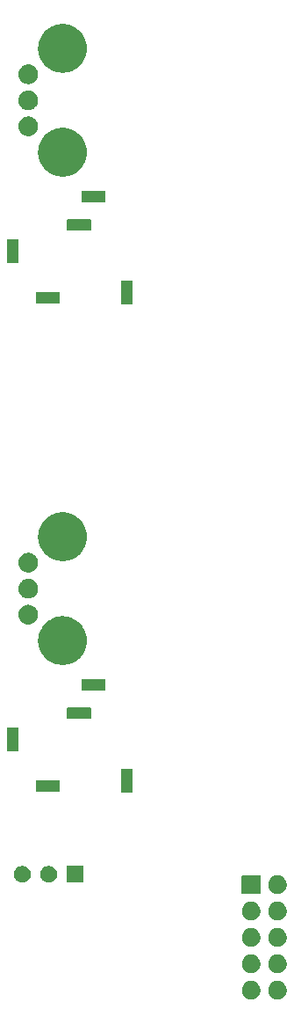
<source format=gbr>
G04 #@! TF.GenerationSoftware,KiCad,Pcbnew,9.0.0*
G04 #@! TF.CreationDate,2025-02-23T15:47:06-07:00*
G04 #@! TF.ProjectId,Noise_Gen,4e6f6973-655f-4476-956e-2e6b69636164,rev?*
G04 #@! TF.SameCoordinates,Original*
G04 #@! TF.FileFunction,Soldermask,Bot*
G04 #@! TF.FilePolarity,Negative*
%FSLAX46Y46*%
G04 Gerber Fmt 4.6, Leading zero omitted, Abs format (unit mm)*
G04 Created by KiCad (PCBNEW 9.0.0) date 2025-02-23 15:47:06*
%MOMM*%
%LPD*%
G01*
G04 APERTURE LIST*
G04 APERTURE END LIST*
G36*
X25261546Y-96297797D02*
G01*
X25424728Y-96365389D01*
X25571588Y-96463518D01*
X25696482Y-96588412D01*
X25794611Y-96735272D01*
X25862203Y-96898454D01*
X25896661Y-97071687D01*
X25896661Y-97248313D01*
X25862203Y-97421546D01*
X25794611Y-97584728D01*
X25696482Y-97731588D01*
X25571588Y-97856482D01*
X25424728Y-97954611D01*
X25261546Y-98022203D01*
X25088313Y-98056661D01*
X24911687Y-98056661D01*
X24738454Y-98022203D01*
X24575272Y-97954611D01*
X24428412Y-97856482D01*
X24303518Y-97731588D01*
X24205389Y-97584728D01*
X24137797Y-97421546D01*
X24103339Y-97248313D01*
X24103339Y-97071687D01*
X24137797Y-96898454D01*
X24205389Y-96735272D01*
X24303518Y-96588412D01*
X24428412Y-96463518D01*
X24575272Y-96365389D01*
X24738454Y-96297797D01*
X24911687Y-96263339D01*
X25088313Y-96263339D01*
X25261546Y-96297797D01*
G37*
G36*
X27801546Y-96297797D02*
G01*
X27964728Y-96365389D01*
X28111588Y-96463518D01*
X28236482Y-96588412D01*
X28334611Y-96735272D01*
X28402203Y-96898454D01*
X28436661Y-97071687D01*
X28436661Y-97248313D01*
X28402203Y-97421546D01*
X28334611Y-97584728D01*
X28236482Y-97731588D01*
X28111588Y-97856482D01*
X27964728Y-97954611D01*
X27801546Y-98022203D01*
X27628313Y-98056661D01*
X27451687Y-98056661D01*
X27278454Y-98022203D01*
X27115272Y-97954611D01*
X26968412Y-97856482D01*
X26843518Y-97731588D01*
X26745389Y-97584728D01*
X26677797Y-97421546D01*
X26643339Y-97248313D01*
X26643339Y-97071687D01*
X26677797Y-96898454D01*
X26745389Y-96735272D01*
X26843518Y-96588412D01*
X26968412Y-96463518D01*
X27115272Y-96365389D01*
X27278454Y-96297797D01*
X27451687Y-96263339D01*
X27628313Y-96263339D01*
X27801546Y-96297797D01*
G37*
G36*
X25261546Y-93757797D02*
G01*
X25424728Y-93825389D01*
X25571588Y-93923518D01*
X25696482Y-94048412D01*
X25794611Y-94195272D01*
X25862203Y-94358454D01*
X25896661Y-94531687D01*
X25896661Y-94708313D01*
X25862203Y-94881546D01*
X25794611Y-95044728D01*
X25696482Y-95191588D01*
X25571588Y-95316482D01*
X25424728Y-95414611D01*
X25261546Y-95482203D01*
X25088313Y-95516661D01*
X24911687Y-95516661D01*
X24738454Y-95482203D01*
X24575272Y-95414611D01*
X24428412Y-95316482D01*
X24303518Y-95191588D01*
X24205389Y-95044728D01*
X24137797Y-94881546D01*
X24103339Y-94708313D01*
X24103339Y-94531687D01*
X24137797Y-94358454D01*
X24205389Y-94195272D01*
X24303518Y-94048412D01*
X24428412Y-93923518D01*
X24575272Y-93825389D01*
X24738454Y-93757797D01*
X24911687Y-93723339D01*
X25088313Y-93723339D01*
X25261546Y-93757797D01*
G37*
G36*
X27801546Y-93757797D02*
G01*
X27964728Y-93825389D01*
X28111588Y-93923518D01*
X28236482Y-94048412D01*
X28334611Y-94195272D01*
X28402203Y-94358454D01*
X28436661Y-94531687D01*
X28436661Y-94708313D01*
X28402203Y-94881546D01*
X28334611Y-95044728D01*
X28236482Y-95191588D01*
X28111588Y-95316482D01*
X27964728Y-95414611D01*
X27801546Y-95482203D01*
X27628313Y-95516661D01*
X27451687Y-95516661D01*
X27278454Y-95482203D01*
X27115272Y-95414611D01*
X26968412Y-95316482D01*
X26843518Y-95191588D01*
X26745389Y-95044728D01*
X26677797Y-94881546D01*
X26643339Y-94708313D01*
X26643339Y-94531687D01*
X26677797Y-94358454D01*
X26745389Y-94195272D01*
X26843518Y-94048412D01*
X26968412Y-93923518D01*
X27115272Y-93825389D01*
X27278454Y-93757797D01*
X27451687Y-93723339D01*
X27628313Y-93723339D01*
X27801546Y-93757797D01*
G37*
G36*
X25261546Y-91217797D02*
G01*
X25424728Y-91285389D01*
X25571588Y-91383518D01*
X25696482Y-91508412D01*
X25794611Y-91655272D01*
X25862203Y-91818454D01*
X25896661Y-91991687D01*
X25896661Y-92168313D01*
X25862203Y-92341546D01*
X25794611Y-92504728D01*
X25696482Y-92651588D01*
X25571588Y-92776482D01*
X25424728Y-92874611D01*
X25261546Y-92942203D01*
X25088313Y-92976661D01*
X24911687Y-92976661D01*
X24738454Y-92942203D01*
X24575272Y-92874611D01*
X24428412Y-92776482D01*
X24303518Y-92651588D01*
X24205389Y-92504728D01*
X24137797Y-92341546D01*
X24103339Y-92168313D01*
X24103339Y-91991687D01*
X24137797Y-91818454D01*
X24205389Y-91655272D01*
X24303518Y-91508412D01*
X24428412Y-91383518D01*
X24575272Y-91285389D01*
X24738454Y-91217797D01*
X24911687Y-91183339D01*
X25088313Y-91183339D01*
X25261546Y-91217797D01*
G37*
G36*
X27801546Y-91217797D02*
G01*
X27964728Y-91285389D01*
X28111588Y-91383518D01*
X28236482Y-91508412D01*
X28334611Y-91655272D01*
X28402203Y-91818454D01*
X28436661Y-91991687D01*
X28436661Y-92168313D01*
X28402203Y-92341546D01*
X28334611Y-92504728D01*
X28236482Y-92651588D01*
X28111588Y-92776482D01*
X27964728Y-92874611D01*
X27801546Y-92942203D01*
X27628313Y-92976661D01*
X27451687Y-92976661D01*
X27278454Y-92942203D01*
X27115272Y-92874611D01*
X26968412Y-92776482D01*
X26843518Y-92651588D01*
X26745389Y-92504728D01*
X26677797Y-92341546D01*
X26643339Y-92168313D01*
X26643339Y-91991687D01*
X26677797Y-91818454D01*
X26745389Y-91655272D01*
X26843518Y-91508412D01*
X26968412Y-91383518D01*
X27115272Y-91285389D01*
X27278454Y-91217797D01*
X27451687Y-91183339D01*
X27628313Y-91183339D01*
X27801546Y-91217797D01*
G37*
G36*
X25261546Y-88677797D02*
G01*
X25424728Y-88745389D01*
X25571588Y-88843518D01*
X25696482Y-88968412D01*
X25794611Y-89115272D01*
X25862203Y-89278454D01*
X25896661Y-89451687D01*
X25896661Y-89628313D01*
X25862203Y-89801546D01*
X25794611Y-89964728D01*
X25696482Y-90111588D01*
X25571588Y-90236482D01*
X25424728Y-90334611D01*
X25261546Y-90402203D01*
X25088313Y-90436661D01*
X24911687Y-90436661D01*
X24738454Y-90402203D01*
X24575272Y-90334611D01*
X24428412Y-90236482D01*
X24303518Y-90111588D01*
X24205389Y-89964728D01*
X24137797Y-89801546D01*
X24103339Y-89628313D01*
X24103339Y-89451687D01*
X24137797Y-89278454D01*
X24205389Y-89115272D01*
X24303518Y-88968412D01*
X24428412Y-88843518D01*
X24575272Y-88745389D01*
X24738454Y-88677797D01*
X24911687Y-88643339D01*
X25088313Y-88643339D01*
X25261546Y-88677797D01*
G37*
G36*
X27801546Y-88677797D02*
G01*
X27964728Y-88745389D01*
X28111588Y-88843518D01*
X28236482Y-88968412D01*
X28334611Y-89115272D01*
X28402203Y-89278454D01*
X28436661Y-89451687D01*
X28436661Y-89628313D01*
X28402203Y-89801546D01*
X28334611Y-89964728D01*
X28236482Y-90111588D01*
X28111588Y-90236482D01*
X27964728Y-90334611D01*
X27801546Y-90402203D01*
X27628313Y-90436661D01*
X27451687Y-90436661D01*
X27278454Y-90402203D01*
X27115272Y-90334611D01*
X26968412Y-90236482D01*
X26843518Y-90111588D01*
X26745389Y-89964728D01*
X26677797Y-89801546D01*
X26643339Y-89628313D01*
X26643339Y-89451687D01*
X26677797Y-89278454D01*
X26745389Y-89115272D01*
X26843518Y-88968412D01*
X26968412Y-88843518D01*
X27115272Y-88745389D01*
X27278454Y-88677797D01*
X27451687Y-88643339D01*
X27628313Y-88643339D01*
X27801546Y-88677797D01*
G37*
G36*
X25869517Y-86102882D02*
G01*
X25886062Y-86113938D01*
X25897118Y-86130483D01*
X25901000Y-86150000D01*
X25901000Y-87850000D01*
X25897118Y-87869517D01*
X25886062Y-87886062D01*
X25869517Y-87897118D01*
X25850000Y-87901000D01*
X24150000Y-87901000D01*
X24130483Y-87897118D01*
X24113938Y-87886062D01*
X24102882Y-87869517D01*
X24099000Y-87850000D01*
X24099000Y-86150000D01*
X24102882Y-86130483D01*
X24113938Y-86113938D01*
X24130483Y-86102882D01*
X24150000Y-86099000D01*
X25850000Y-86099000D01*
X25869517Y-86102882D01*
G37*
G36*
X27801546Y-86137797D02*
G01*
X27964728Y-86205389D01*
X28111588Y-86303518D01*
X28236482Y-86428412D01*
X28334611Y-86575272D01*
X28402203Y-86738454D01*
X28436661Y-86911687D01*
X28436661Y-87088313D01*
X28402203Y-87261546D01*
X28334611Y-87424728D01*
X28236482Y-87571588D01*
X28111588Y-87696482D01*
X27964728Y-87794611D01*
X27801546Y-87862203D01*
X27628313Y-87896661D01*
X27451687Y-87896661D01*
X27278454Y-87862203D01*
X27115272Y-87794611D01*
X26968412Y-87696482D01*
X26843518Y-87571588D01*
X26745389Y-87424728D01*
X26677797Y-87261546D01*
X26643339Y-87088313D01*
X26643339Y-86911687D01*
X26677797Y-86738454D01*
X26745389Y-86575272D01*
X26843518Y-86428412D01*
X26968412Y-86303518D01*
X27115272Y-86205389D01*
X27278454Y-86137797D01*
X27451687Y-86103339D01*
X27628313Y-86103339D01*
X27801546Y-86137797D01*
G37*
G36*
X8779517Y-85192882D02*
G01*
X8796062Y-85203938D01*
X8807118Y-85220483D01*
X8811000Y-85240000D01*
X8811000Y-86760000D01*
X8807118Y-86779517D01*
X8796062Y-86796062D01*
X8779517Y-86807118D01*
X8760000Y-86811000D01*
X7240000Y-86811000D01*
X7220483Y-86807118D01*
X7203938Y-86796062D01*
X7192882Y-86779517D01*
X7189000Y-86760000D01*
X7189000Y-85240000D01*
X7192882Y-85220483D01*
X7203938Y-85203938D01*
X7220483Y-85192882D01*
X7240000Y-85189000D01*
X8760000Y-85189000D01*
X8779517Y-85192882D01*
G37*
G36*
X3155421Y-85223921D02*
G01*
X3302303Y-85284762D01*
X3434493Y-85373089D01*
X3546911Y-85485507D01*
X3635238Y-85617697D01*
X3696079Y-85764579D01*
X3727095Y-85920508D01*
X3727095Y-86079492D01*
X3696079Y-86235421D01*
X3635238Y-86382303D01*
X3546911Y-86514493D01*
X3434493Y-86626911D01*
X3302303Y-86715238D01*
X3155421Y-86776079D01*
X2999492Y-86807095D01*
X2840508Y-86807095D01*
X2684579Y-86776079D01*
X2537697Y-86715238D01*
X2405507Y-86626911D01*
X2293089Y-86514493D01*
X2204762Y-86382303D01*
X2143921Y-86235421D01*
X2112905Y-86079492D01*
X2112905Y-85920508D01*
X2143921Y-85764579D01*
X2204762Y-85617697D01*
X2293089Y-85485507D01*
X2405507Y-85373089D01*
X2537697Y-85284762D01*
X2684579Y-85223921D01*
X2840508Y-85192905D01*
X2999492Y-85192905D01*
X3155421Y-85223921D01*
G37*
G36*
X5695421Y-85223921D02*
G01*
X5842303Y-85284762D01*
X5974493Y-85373089D01*
X6086911Y-85485507D01*
X6175238Y-85617697D01*
X6236079Y-85764579D01*
X6267095Y-85920508D01*
X6267095Y-86079492D01*
X6236079Y-86235421D01*
X6175238Y-86382303D01*
X6086911Y-86514493D01*
X5974493Y-86626911D01*
X5842303Y-86715238D01*
X5695421Y-86776079D01*
X5539492Y-86807095D01*
X5380508Y-86807095D01*
X5224579Y-86776079D01*
X5077697Y-86715238D01*
X4945507Y-86626911D01*
X4833089Y-86514493D01*
X4744762Y-86382303D01*
X4683921Y-86235421D01*
X4652905Y-86079492D01*
X4652905Y-85920508D01*
X4683921Y-85764579D01*
X4744762Y-85617697D01*
X4833089Y-85485507D01*
X4945507Y-85373089D01*
X5077697Y-85284762D01*
X5224579Y-85223921D01*
X5380508Y-85192905D01*
X5539492Y-85192905D01*
X5695421Y-85223921D01*
G37*
G36*
X13519517Y-75852882D02*
G01*
X13536062Y-75863938D01*
X13547118Y-75880483D01*
X13551000Y-75900000D01*
X13551000Y-78100000D01*
X13547118Y-78119517D01*
X13536062Y-78136062D01*
X13519517Y-78147118D01*
X13500000Y-78151000D01*
X12500000Y-78151000D01*
X12480483Y-78147118D01*
X12463938Y-78136062D01*
X12452882Y-78119517D01*
X12449000Y-78100000D01*
X12449000Y-75900000D01*
X12452882Y-75880483D01*
X12463938Y-75863938D01*
X12480483Y-75852882D01*
X12500000Y-75849000D01*
X13500000Y-75849000D01*
X13519517Y-75852882D01*
G37*
G36*
X6519517Y-76952882D02*
G01*
X6536062Y-76963938D01*
X6547118Y-76980483D01*
X6551000Y-77000000D01*
X6551000Y-78000000D01*
X6547118Y-78019517D01*
X6536062Y-78036062D01*
X6519517Y-78047118D01*
X6500000Y-78051000D01*
X4300000Y-78051000D01*
X4280483Y-78047118D01*
X4263938Y-78036062D01*
X4252882Y-78019517D01*
X4249000Y-78000000D01*
X4249000Y-77000000D01*
X4252882Y-76980483D01*
X4263938Y-76963938D01*
X4280483Y-76952882D01*
X4300000Y-76949000D01*
X6500000Y-76949000D01*
X6519517Y-76952882D01*
G37*
G36*
X2519517Y-71852882D02*
G01*
X2536062Y-71863938D01*
X2547118Y-71880483D01*
X2551000Y-71900000D01*
X2551000Y-74100000D01*
X2547118Y-74119517D01*
X2536062Y-74136062D01*
X2519517Y-74147118D01*
X2500000Y-74151000D01*
X1500000Y-74151000D01*
X1480483Y-74147118D01*
X1463938Y-74136062D01*
X1452882Y-74119517D01*
X1449000Y-74100000D01*
X1449000Y-71900000D01*
X1452882Y-71880483D01*
X1463938Y-71863938D01*
X1480483Y-71852882D01*
X1500000Y-71849000D01*
X2500000Y-71849000D01*
X2519517Y-71852882D01*
G37*
G36*
X9519517Y-69952882D02*
G01*
X9536062Y-69963938D01*
X9547118Y-69980483D01*
X9551000Y-70000000D01*
X9551000Y-71000000D01*
X9547118Y-71019517D01*
X9536062Y-71036062D01*
X9519517Y-71047118D01*
X9500000Y-71051000D01*
X7300000Y-71051000D01*
X7280483Y-71047118D01*
X7263938Y-71036062D01*
X7252882Y-71019517D01*
X7249000Y-71000000D01*
X7249000Y-70000000D01*
X7252882Y-69980483D01*
X7263938Y-69963938D01*
X7280483Y-69952882D01*
X7300000Y-69949000D01*
X9500000Y-69949000D01*
X9519517Y-69952882D01*
G37*
G36*
X10919517Y-67252882D02*
G01*
X10936062Y-67263938D01*
X10947118Y-67280483D01*
X10951000Y-67300000D01*
X10951000Y-68300000D01*
X10947118Y-68319517D01*
X10936062Y-68336062D01*
X10919517Y-68347118D01*
X10900000Y-68351000D01*
X8700000Y-68351000D01*
X8680483Y-68347118D01*
X8663938Y-68336062D01*
X8652882Y-68319517D01*
X8649000Y-68300000D01*
X8649000Y-67300000D01*
X8652882Y-67280483D01*
X8663938Y-67263938D01*
X8680483Y-67252882D01*
X8700000Y-67249000D01*
X10900000Y-67249000D01*
X10919517Y-67252882D01*
G37*
G36*
X6941920Y-61154034D02*
G01*
X6953763Y-61154034D01*
X7024053Y-61163287D01*
X7193772Y-61182410D01*
X7227124Y-61190022D01*
X7258657Y-61194174D01*
X7335379Y-61214731D01*
X7450782Y-61241072D01*
X7506678Y-61260630D01*
X7555704Y-61273767D01*
X7618194Y-61299651D01*
X7699617Y-61328142D01*
X7777336Y-61365569D01*
X7839821Y-61391452D01*
X7883773Y-61416827D01*
X7937125Y-61442521D01*
X8037338Y-61505489D01*
X8106146Y-61545215D01*
X8131386Y-61564582D01*
X8160341Y-61582776D01*
X8293832Y-61689232D01*
X8350122Y-61732425D01*
X8358501Y-61740804D01*
X8366446Y-61747140D01*
X8552859Y-61933553D01*
X8559194Y-61941497D01*
X8567575Y-61949878D01*
X8610772Y-62006174D01*
X8717223Y-62139658D01*
X8735415Y-62168610D01*
X8754785Y-62193854D01*
X8794515Y-62262668D01*
X8857478Y-62362874D01*
X8883168Y-62416221D01*
X8908548Y-62460179D01*
X8934433Y-62522671D01*
X8971857Y-62600382D01*
X9000344Y-62681795D01*
X9026233Y-62744296D01*
X9039371Y-62793329D01*
X9058927Y-62849217D01*
X9085263Y-62964600D01*
X9105826Y-63041343D01*
X9109978Y-63072883D01*
X9117589Y-63106227D01*
X9136709Y-63275929D01*
X9145966Y-63346237D01*
X9145966Y-63358080D01*
X9147105Y-63368189D01*
X9147105Y-63631810D01*
X9145966Y-63641918D01*
X9145966Y-63653763D01*
X9136709Y-63724076D01*
X9117589Y-63893772D01*
X9109978Y-63927114D01*
X9105826Y-63958657D01*
X9085261Y-64035405D01*
X9058927Y-64150782D01*
X9039372Y-64206665D01*
X9026233Y-64255704D01*
X9000342Y-64318210D01*
X8971857Y-64399617D01*
X8934436Y-64477321D01*
X8908548Y-64539821D01*
X8883166Y-64583783D01*
X8857478Y-64637125D01*
X8794522Y-64737319D01*
X8754785Y-64806146D01*
X8735411Y-64831393D01*
X8717223Y-64860341D01*
X8610793Y-64993799D01*
X8567575Y-65050122D01*
X8559190Y-65058506D01*
X8552859Y-65066446D01*
X8366446Y-65252859D01*
X8358506Y-65259190D01*
X8350122Y-65267575D01*
X8293799Y-65310793D01*
X8160341Y-65417223D01*
X8131393Y-65435411D01*
X8106146Y-65454785D01*
X8037319Y-65494522D01*
X7937125Y-65557478D01*
X7883783Y-65583166D01*
X7839821Y-65608548D01*
X7777321Y-65634436D01*
X7699617Y-65671857D01*
X7618210Y-65700342D01*
X7555704Y-65726233D01*
X7506665Y-65739372D01*
X7450782Y-65758927D01*
X7335405Y-65785261D01*
X7258657Y-65805826D01*
X7227114Y-65809978D01*
X7193772Y-65817589D01*
X7024072Y-65836709D01*
X6953763Y-65845966D01*
X6941920Y-65845966D01*
X6931811Y-65847105D01*
X6668189Y-65847105D01*
X6658080Y-65845966D01*
X6646237Y-65845966D01*
X6575929Y-65836709D01*
X6406227Y-65817589D01*
X6372883Y-65809978D01*
X6341343Y-65805826D01*
X6264600Y-65785263D01*
X6149217Y-65758927D01*
X6093329Y-65739371D01*
X6044296Y-65726233D01*
X5981795Y-65700344D01*
X5900382Y-65671857D01*
X5822671Y-65634433D01*
X5760179Y-65608548D01*
X5716221Y-65583168D01*
X5662874Y-65557478D01*
X5562668Y-65494515D01*
X5493854Y-65454785D01*
X5468610Y-65435415D01*
X5439658Y-65417223D01*
X5306174Y-65310772D01*
X5249878Y-65267575D01*
X5241497Y-65259194D01*
X5233553Y-65252859D01*
X5047140Y-65066446D01*
X5040804Y-65058501D01*
X5032425Y-65050122D01*
X4989232Y-64993832D01*
X4882776Y-64860341D01*
X4864582Y-64831386D01*
X4845215Y-64806146D01*
X4805489Y-64737338D01*
X4742521Y-64637125D01*
X4716827Y-64583773D01*
X4691452Y-64539821D01*
X4665569Y-64477336D01*
X4628142Y-64399617D01*
X4599651Y-64318194D01*
X4573767Y-64255704D01*
X4560630Y-64206678D01*
X4541072Y-64150782D01*
X4514731Y-64035379D01*
X4494174Y-63958657D01*
X4490022Y-63927124D01*
X4482410Y-63893772D01*
X4463288Y-63724057D01*
X4454034Y-63653763D01*
X4454034Y-63641919D01*
X4452895Y-63631810D01*
X4452895Y-63368189D01*
X4454034Y-63358079D01*
X4454034Y-63346237D01*
X4463287Y-63275948D01*
X4482410Y-63106227D01*
X4490023Y-63072872D01*
X4494174Y-63041343D01*
X4514730Y-62964625D01*
X4541072Y-62849217D01*
X4560631Y-62793317D01*
X4573767Y-62744296D01*
X4599649Y-62681810D01*
X4628142Y-62600382D01*
X4665572Y-62522656D01*
X4691452Y-62460179D01*
X4716825Y-62416231D01*
X4742521Y-62362874D01*
X4805496Y-62262648D01*
X4845215Y-62193854D01*
X4864579Y-62168617D01*
X4882776Y-62139658D01*
X4989252Y-62006141D01*
X5032425Y-61949878D01*
X5040800Y-61941502D01*
X5047140Y-61933553D01*
X5233553Y-61747140D01*
X5241502Y-61740800D01*
X5249878Y-61732425D01*
X5306141Y-61689252D01*
X5439658Y-61582776D01*
X5468617Y-61564579D01*
X5493854Y-61545215D01*
X5562648Y-61505496D01*
X5662874Y-61442521D01*
X5716231Y-61416825D01*
X5760179Y-61391452D01*
X5822656Y-61365572D01*
X5900382Y-61328142D01*
X5981810Y-61299649D01*
X6044296Y-61273767D01*
X6093317Y-61260631D01*
X6149217Y-61241072D01*
X6264625Y-61214730D01*
X6341343Y-61194174D01*
X6372872Y-61190023D01*
X6406227Y-61182410D01*
X6575948Y-61163287D01*
X6646237Y-61154034D01*
X6658080Y-61154034D01*
X6668189Y-61152895D01*
X6931811Y-61152895D01*
X6941920Y-61154034D01*
G37*
G36*
X3582553Y-60053579D02*
G01*
X3593214Y-60053579D01*
X3634865Y-60061864D01*
X3721916Y-60075651D01*
X3749918Y-60084749D01*
X3776061Y-60089950D01*
X3812956Y-60105232D01*
X3863784Y-60121748D01*
X3911399Y-60146009D01*
X3948298Y-60161293D01*
X3970463Y-60176103D01*
X3996693Y-60189468D01*
X4067990Y-60241268D01*
X4103308Y-60264867D01*
X4110846Y-60272405D01*
X4117370Y-60277145D01*
X4222854Y-60382629D01*
X4227593Y-60389152D01*
X4235133Y-60396692D01*
X4258734Y-60432014D01*
X4310531Y-60503306D01*
X4323894Y-60529533D01*
X4338707Y-60551702D01*
X4353993Y-60588605D01*
X4378251Y-60636215D01*
X4394764Y-60687035D01*
X4410050Y-60723939D01*
X4415251Y-60750086D01*
X4424348Y-60778083D01*
X4438134Y-60865125D01*
X4446421Y-60906786D01*
X4446421Y-60917447D01*
X4447683Y-60925415D01*
X4447683Y-61074584D01*
X4446421Y-61082551D01*
X4446421Y-61093214D01*
X4438133Y-61134877D01*
X4424348Y-61221916D01*
X4415251Y-61249910D01*
X4410050Y-61276061D01*
X4394762Y-61312968D01*
X4378251Y-61363784D01*
X4353995Y-61411388D01*
X4338707Y-61448298D01*
X4323892Y-61470470D01*
X4310531Y-61496693D01*
X4258742Y-61567973D01*
X4235133Y-61603308D01*
X4227591Y-61610849D01*
X4222854Y-61617370D01*
X4117370Y-61722854D01*
X4110849Y-61727591D01*
X4103308Y-61735133D01*
X4067973Y-61758742D01*
X3996693Y-61810531D01*
X3970470Y-61823892D01*
X3948298Y-61838707D01*
X3911388Y-61853995D01*
X3863784Y-61878251D01*
X3812968Y-61894762D01*
X3776061Y-61910050D01*
X3749910Y-61915251D01*
X3721916Y-61924348D01*
X3634875Y-61938133D01*
X3593214Y-61946421D01*
X3582553Y-61946421D01*
X3574585Y-61947683D01*
X3425415Y-61947683D01*
X3417447Y-61946421D01*
X3406786Y-61946421D01*
X3365125Y-61938134D01*
X3278083Y-61924348D01*
X3250086Y-61915251D01*
X3223939Y-61910050D01*
X3187035Y-61894764D01*
X3136215Y-61878251D01*
X3088605Y-61853993D01*
X3051702Y-61838707D01*
X3029533Y-61823894D01*
X3003306Y-61810531D01*
X2932014Y-61758734D01*
X2896692Y-61735133D01*
X2889152Y-61727593D01*
X2882629Y-61722854D01*
X2777145Y-61617370D01*
X2772405Y-61610846D01*
X2764867Y-61603308D01*
X2741268Y-61567990D01*
X2689468Y-61496693D01*
X2676103Y-61470463D01*
X2661293Y-61448298D01*
X2646009Y-61411399D01*
X2621748Y-61363784D01*
X2605232Y-61312956D01*
X2589950Y-61276061D01*
X2584749Y-61249918D01*
X2575651Y-61221916D01*
X2561864Y-61134867D01*
X2553579Y-61093214D01*
X2553579Y-61082552D01*
X2552317Y-61074584D01*
X2552317Y-60925415D01*
X2553579Y-60917446D01*
X2553579Y-60906786D01*
X2561863Y-60865136D01*
X2575651Y-60778083D01*
X2584750Y-60750078D01*
X2589950Y-60723939D01*
X2605231Y-60687046D01*
X2621748Y-60636215D01*
X2646011Y-60588595D01*
X2661293Y-60551702D01*
X2676101Y-60529539D01*
X2689468Y-60503306D01*
X2741277Y-60431996D01*
X2764867Y-60396692D01*
X2772402Y-60389156D01*
X2777145Y-60382629D01*
X2882629Y-60277145D01*
X2889156Y-60272402D01*
X2896692Y-60264867D01*
X2931996Y-60241277D01*
X3003306Y-60189468D01*
X3029539Y-60176101D01*
X3051702Y-60161293D01*
X3088595Y-60146011D01*
X3136215Y-60121748D01*
X3187046Y-60105231D01*
X3223939Y-60089950D01*
X3250078Y-60084750D01*
X3278083Y-60075651D01*
X3365136Y-60061863D01*
X3406786Y-60053579D01*
X3417447Y-60053579D01*
X3425415Y-60052317D01*
X3574585Y-60052317D01*
X3582553Y-60053579D01*
G37*
G36*
X3582553Y-57553579D02*
G01*
X3593214Y-57553579D01*
X3634865Y-57561864D01*
X3721916Y-57575651D01*
X3749918Y-57584749D01*
X3776061Y-57589950D01*
X3812956Y-57605232D01*
X3863784Y-57621748D01*
X3911399Y-57646009D01*
X3948298Y-57661293D01*
X3970463Y-57676103D01*
X3996693Y-57689468D01*
X4067990Y-57741268D01*
X4103308Y-57764867D01*
X4110846Y-57772405D01*
X4117370Y-57777145D01*
X4222854Y-57882629D01*
X4227593Y-57889152D01*
X4235133Y-57896692D01*
X4258734Y-57932014D01*
X4310531Y-58003306D01*
X4323894Y-58029533D01*
X4338707Y-58051702D01*
X4353993Y-58088605D01*
X4378251Y-58136215D01*
X4394764Y-58187035D01*
X4410050Y-58223939D01*
X4415251Y-58250086D01*
X4424348Y-58278083D01*
X4438134Y-58365125D01*
X4446421Y-58406786D01*
X4446421Y-58417447D01*
X4447683Y-58425415D01*
X4447683Y-58574584D01*
X4446421Y-58582551D01*
X4446421Y-58593214D01*
X4438133Y-58634877D01*
X4424348Y-58721916D01*
X4415251Y-58749910D01*
X4410050Y-58776061D01*
X4394762Y-58812968D01*
X4378251Y-58863784D01*
X4353995Y-58911388D01*
X4338707Y-58948298D01*
X4323892Y-58970470D01*
X4310531Y-58996693D01*
X4258742Y-59067973D01*
X4235133Y-59103308D01*
X4227591Y-59110849D01*
X4222854Y-59117370D01*
X4117370Y-59222854D01*
X4110849Y-59227591D01*
X4103308Y-59235133D01*
X4067973Y-59258742D01*
X3996693Y-59310531D01*
X3970470Y-59323892D01*
X3948298Y-59338707D01*
X3911388Y-59353995D01*
X3863784Y-59378251D01*
X3812968Y-59394762D01*
X3776061Y-59410050D01*
X3749910Y-59415251D01*
X3721916Y-59424348D01*
X3634875Y-59438133D01*
X3593214Y-59446421D01*
X3582553Y-59446421D01*
X3574585Y-59447683D01*
X3425415Y-59447683D01*
X3417447Y-59446421D01*
X3406786Y-59446421D01*
X3365125Y-59438134D01*
X3278083Y-59424348D01*
X3250086Y-59415251D01*
X3223939Y-59410050D01*
X3187035Y-59394764D01*
X3136215Y-59378251D01*
X3088605Y-59353993D01*
X3051702Y-59338707D01*
X3029533Y-59323894D01*
X3003306Y-59310531D01*
X2932014Y-59258734D01*
X2896692Y-59235133D01*
X2889152Y-59227593D01*
X2882629Y-59222854D01*
X2777145Y-59117370D01*
X2772405Y-59110846D01*
X2764867Y-59103308D01*
X2741268Y-59067990D01*
X2689468Y-58996693D01*
X2676103Y-58970463D01*
X2661293Y-58948298D01*
X2646009Y-58911399D01*
X2621748Y-58863784D01*
X2605232Y-58812956D01*
X2589950Y-58776061D01*
X2584749Y-58749918D01*
X2575651Y-58721916D01*
X2561864Y-58634867D01*
X2553579Y-58593214D01*
X2553579Y-58582552D01*
X2552317Y-58574584D01*
X2552317Y-58425415D01*
X2553579Y-58417446D01*
X2553579Y-58406786D01*
X2561863Y-58365136D01*
X2575651Y-58278083D01*
X2584750Y-58250078D01*
X2589950Y-58223939D01*
X2605231Y-58187046D01*
X2621748Y-58136215D01*
X2646011Y-58088595D01*
X2661293Y-58051702D01*
X2676101Y-58029539D01*
X2689468Y-58003306D01*
X2741277Y-57931996D01*
X2764867Y-57896692D01*
X2772402Y-57889156D01*
X2777145Y-57882629D01*
X2882629Y-57777145D01*
X2889156Y-57772402D01*
X2896692Y-57764867D01*
X2931996Y-57741277D01*
X3003306Y-57689468D01*
X3029539Y-57676101D01*
X3051702Y-57661293D01*
X3088595Y-57646011D01*
X3136215Y-57621748D01*
X3187046Y-57605231D01*
X3223939Y-57589950D01*
X3250078Y-57584750D01*
X3278083Y-57575651D01*
X3365136Y-57561863D01*
X3406786Y-57553579D01*
X3417447Y-57553579D01*
X3425415Y-57552317D01*
X3574585Y-57552317D01*
X3582553Y-57553579D01*
G37*
G36*
X3582553Y-55053579D02*
G01*
X3593214Y-55053579D01*
X3634865Y-55061864D01*
X3721916Y-55075651D01*
X3749918Y-55084749D01*
X3776061Y-55089950D01*
X3812956Y-55105232D01*
X3863784Y-55121748D01*
X3911399Y-55146009D01*
X3948298Y-55161293D01*
X3970463Y-55176103D01*
X3996693Y-55189468D01*
X4067990Y-55241268D01*
X4103308Y-55264867D01*
X4110846Y-55272405D01*
X4117370Y-55277145D01*
X4222854Y-55382629D01*
X4227593Y-55389152D01*
X4235133Y-55396692D01*
X4258734Y-55432014D01*
X4310531Y-55503306D01*
X4323894Y-55529533D01*
X4338707Y-55551702D01*
X4353993Y-55588605D01*
X4378251Y-55636215D01*
X4394764Y-55687035D01*
X4410050Y-55723939D01*
X4415251Y-55750086D01*
X4424348Y-55778083D01*
X4438134Y-55865125D01*
X4446421Y-55906786D01*
X4446421Y-55917447D01*
X4447683Y-55925415D01*
X4447683Y-56074584D01*
X4446421Y-56082551D01*
X4446421Y-56093214D01*
X4438133Y-56134877D01*
X4424348Y-56221916D01*
X4415251Y-56249910D01*
X4410050Y-56276061D01*
X4394762Y-56312968D01*
X4378251Y-56363784D01*
X4353995Y-56411388D01*
X4338707Y-56448298D01*
X4323892Y-56470470D01*
X4310531Y-56496693D01*
X4258742Y-56567973D01*
X4235133Y-56603308D01*
X4227591Y-56610849D01*
X4222854Y-56617370D01*
X4117370Y-56722854D01*
X4110849Y-56727591D01*
X4103308Y-56735133D01*
X4067973Y-56758742D01*
X3996693Y-56810531D01*
X3970470Y-56823892D01*
X3948298Y-56838707D01*
X3911388Y-56853995D01*
X3863784Y-56878251D01*
X3812968Y-56894762D01*
X3776061Y-56910050D01*
X3749910Y-56915251D01*
X3721916Y-56924348D01*
X3634875Y-56938133D01*
X3593214Y-56946421D01*
X3582553Y-56946421D01*
X3574585Y-56947683D01*
X3425415Y-56947683D01*
X3417447Y-56946421D01*
X3406786Y-56946421D01*
X3365125Y-56938134D01*
X3278083Y-56924348D01*
X3250086Y-56915251D01*
X3223939Y-56910050D01*
X3187035Y-56894764D01*
X3136215Y-56878251D01*
X3088605Y-56853993D01*
X3051702Y-56838707D01*
X3029533Y-56823894D01*
X3003306Y-56810531D01*
X2932014Y-56758734D01*
X2896692Y-56735133D01*
X2889152Y-56727593D01*
X2882629Y-56722854D01*
X2777145Y-56617370D01*
X2772405Y-56610846D01*
X2764867Y-56603308D01*
X2741268Y-56567990D01*
X2689468Y-56496693D01*
X2676103Y-56470463D01*
X2661293Y-56448298D01*
X2646009Y-56411399D01*
X2621748Y-56363784D01*
X2605232Y-56312956D01*
X2589950Y-56276061D01*
X2584749Y-56249918D01*
X2575651Y-56221916D01*
X2561864Y-56134867D01*
X2553579Y-56093214D01*
X2553579Y-56082552D01*
X2552317Y-56074584D01*
X2552317Y-55925415D01*
X2553579Y-55917446D01*
X2553579Y-55906786D01*
X2561863Y-55865136D01*
X2575651Y-55778083D01*
X2584750Y-55750078D01*
X2589950Y-55723939D01*
X2605231Y-55687046D01*
X2621748Y-55636215D01*
X2646011Y-55588595D01*
X2661293Y-55551702D01*
X2676101Y-55529539D01*
X2689468Y-55503306D01*
X2741277Y-55431996D01*
X2764867Y-55396692D01*
X2772402Y-55389156D01*
X2777145Y-55382629D01*
X2882629Y-55277145D01*
X2889156Y-55272402D01*
X2896692Y-55264867D01*
X2931996Y-55241277D01*
X3003306Y-55189468D01*
X3029539Y-55176101D01*
X3051702Y-55161293D01*
X3088595Y-55146011D01*
X3136215Y-55121748D01*
X3187046Y-55105231D01*
X3223939Y-55089950D01*
X3250078Y-55084750D01*
X3278083Y-55075651D01*
X3365136Y-55061863D01*
X3406786Y-55053579D01*
X3417447Y-55053579D01*
X3425415Y-55052317D01*
X3574585Y-55052317D01*
X3582553Y-55053579D01*
G37*
G36*
X6941920Y-51154034D02*
G01*
X6953763Y-51154034D01*
X7024053Y-51163287D01*
X7193772Y-51182410D01*
X7227124Y-51190022D01*
X7258657Y-51194174D01*
X7335379Y-51214731D01*
X7450782Y-51241072D01*
X7506678Y-51260630D01*
X7555704Y-51273767D01*
X7618194Y-51299651D01*
X7699617Y-51328142D01*
X7777336Y-51365569D01*
X7839821Y-51391452D01*
X7883773Y-51416827D01*
X7937125Y-51442521D01*
X8037338Y-51505489D01*
X8106146Y-51545215D01*
X8131386Y-51564582D01*
X8160341Y-51582776D01*
X8293832Y-51689232D01*
X8350122Y-51732425D01*
X8358501Y-51740804D01*
X8366446Y-51747140D01*
X8552859Y-51933553D01*
X8559194Y-51941497D01*
X8567575Y-51949878D01*
X8610772Y-52006174D01*
X8717223Y-52139658D01*
X8735415Y-52168610D01*
X8754785Y-52193854D01*
X8794515Y-52262668D01*
X8857478Y-52362874D01*
X8883168Y-52416221D01*
X8908548Y-52460179D01*
X8934433Y-52522671D01*
X8971857Y-52600382D01*
X9000344Y-52681795D01*
X9026233Y-52744296D01*
X9039371Y-52793329D01*
X9058927Y-52849217D01*
X9085263Y-52964600D01*
X9105826Y-53041343D01*
X9109978Y-53072883D01*
X9117589Y-53106227D01*
X9136709Y-53275929D01*
X9145966Y-53346237D01*
X9145966Y-53358080D01*
X9147105Y-53368189D01*
X9147105Y-53631810D01*
X9145966Y-53641918D01*
X9145966Y-53653763D01*
X9136709Y-53724076D01*
X9117589Y-53893772D01*
X9109978Y-53927114D01*
X9105826Y-53958657D01*
X9085261Y-54035405D01*
X9058927Y-54150782D01*
X9039372Y-54206665D01*
X9026233Y-54255704D01*
X9000342Y-54318210D01*
X8971857Y-54399617D01*
X8934436Y-54477321D01*
X8908548Y-54539821D01*
X8883166Y-54583783D01*
X8857478Y-54637125D01*
X8794522Y-54737319D01*
X8754785Y-54806146D01*
X8735411Y-54831393D01*
X8717223Y-54860341D01*
X8610793Y-54993799D01*
X8567575Y-55050122D01*
X8559190Y-55058506D01*
X8552859Y-55066446D01*
X8366446Y-55252859D01*
X8358506Y-55259190D01*
X8350122Y-55267575D01*
X8293799Y-55310793D01*
X8160341Y-55417223D01*
X8131393Y-55435411D01*
X8106146Y-55454785D01*
X8037319Y-55494522D01*
X7937125Y-55557478D01*
X7883783Y-55583166D01*
X7839821Y-55608548D01*
X7777321Y-55634436D01*
X7699617Y-55671857D01*
X7618210Y-55700342D01*
X7555704Y-55726233D01*
X7506665Y-55739372D01*
X7450782Y-55758927D01*
X7335405Y-55785261D01*
X7258657Y-55805826D01*
X7227114Y-55809978D01*
X7193772Y-55817589D01*
X7024072Y-55836709D01*
X6953763Y-55845966D01*
X6941920Y-55845966D01*
X6931811Y-55847105D01*
X6668189Y-55847105D01*
X6658080Y-55845966D01*
X6646237Y-55845966D01*
X6575929Y-55836709D01*
X6406227Y-55817589D01*
X6372883Y-55809978D01*
X6341343Y-55805826D01*
X6264600Y-55785263D01*
X6149217Y-55758927D01*
X6093329Y-55739371D01*
X6044296Y-55726233D01*
X5981795Y-55700344D01*
X5900382Y-55671857D01*
X5822671Y-55634433D01*
X5760179Y-55608548D01*
X5716221Y-55583168D01*
X5662874Y-55557478D01*
X5562668Y-55494515D01*
X5493854Y-55454785D01*
X5468610Y-55435415D01*
X5439658Y-55417223D01*
X5306174Y-55310772D01*
X5249878Y-55267575D01*
X5241497Y-55259194D01*
X5233553Y-55252859D01*
X5047140Y-55066446D01*
X5040804Y-55058501D01*
X5032425Y-55050122D01*
X4989232Y-54993832D01*
X4882776Y-54860341D01*
X4864582Y-54831386D01*
X4845215Y-54806146D01*
X4805489Y-54737338D01*
X4742521Y-54637125D01*
X4716827Y-54583773D01*
X4691452Y-54539821D01*
X4665569Y-54477336D01*
X4628142Y-54399617D01*
X4599651Y-54318194D01*
X4573767Y-54255704D01*
X4560630Y-54206678D01*
X4541072Y-54150782D01*
X4514731Y-54035379D01*
X4494174Y-53958657D01*
X4490022Y-53927124D01*
X4482410Y-53893772D01*
X4463288Y-53724057D01*
X4454034Y-53653763D01*
X4454034Y-53641919D01*
X4452895Y-53631810D01*
X4452895Y-53368189D01*
X4454034Y-53358079D01*
X4454034Y-53346237D01*
X4463287Y-53275948D01*
X4482410Y-53106227D01*
X4490023Y-53072872D01*
X4494174Y-53041343D01*
X4514730Y-52964625D01*
X4541072Y-52849217D01*
X4560631Y-52793317D01*
X4573767Y-52744296D01*
X4599649Y-52681810D01*
X4628142Y-52600382D01*
X4665572Y-52522656D01*
X4691452Y-52460179D01*
X4716825Y-52416231D01*
X4742521Y-52362874D01*
X4805496Y-52262648D01*
X4845215Y-52193854D01*
X4864579Y-52168617D01*
X4882776Y-52139658D01*
X4989252Y-52006141D01*
X5032425Y-51949878D01*
X5040800Y-51941502D01*
X5047140Y-51933553D01*
X5233553Y-51747140D01*
X5241502Y-51740800D01*
X5249878Y-51732425D01*
X5306141Y-51689252D01*
X5439658Y-51582776D01*
X5468617Y-51564579D01*
X5493854Y-51545215D01*
X5562648Y-51505496D01*
X5662874Y-51442521D01*
X5716231Y-51416825D01*
X5760179Y-51391452D01*
X5822656Y-51365572D01*
X5900382Y-51328142D01*
X5981810Y-51299649D01*
X6044296Y-51273767D01*
X6093317Y-51260631D01*
X6149217Y-51241072D01*
X6264625Y-51214730D01*
X6341343Y-51194174D01*
X6372872Y-51190023D01*
X6406227Y-51182410D01*
X6575948Y-51163287D01*
X6646237Y-51154034D01*
X6658080Y-51154034D01*
X6668189Y-51152895D01*
X6931811Y-51152895D01*
X6941920Y-51154034D01*
G37*
G36*
X13519517Y-28852882D02*
G01*
X13536062Y-28863938D01*
X13547118Y-28880483D01*
X13551000Y-28900000D01*
X13551000Y-31100000D01*
X13547118Y-31119517D01*
X13536062Y-31136062D01*
X13519517Y-31147118D01*
X13500000Y-31151000D01*
X12500000Y-31151000D01*
X12480483Y-31147118D01*
X12463938Y-31136062D01*
X12452882Y-31119517D01*
X12449000Y-31100000D01*
X12449000Y-28900000D01*
X12452882Y-28880483D01*
X12463938Y-28863938D01*
X12480483Y-28852882D01*
X12500000Y-28849000D01*
X13500000Y-28849000D01*
X13519517Y-28852882D01*
G37*
G36*
X6519517Y-29952882D02*
G01*
X6536062Y-29963938D01*
X6547118Y-29980483D01*
X6551000Y-30000000D01*
X6551000Y-31000000D01*
X6547118Y-31019517D01*
X6536062Y-31036062D01*
X6519517Y-31047118D01*
X6500000Y-31051000D01*
X4300000Y-31051000D01*
X4280483Y-31047118D01*
X4263938Y-31036062D01*
X4252882Y-31019517D01*
X4249000Y-31000000D01*
X4249000Y-30000000D01*
X4252882Y-29980483D01*
X4263938Y-29963938D01*
X4280483Y-29952882D01*
X4300000Y-29949000D01*
X6500000Y-29949000D01*
X6519517Y-29952882D01*
G37*
G36*
X2519517Y-24852882D02*
G01*
X2536062Y-24863938D01*
X2547118Y-24880483D01*
X2551000Y-24900000D01*
X2551000Y-27100000D01*
X2547118Y-27119517D01*
X2536062Y-27136062D01*
X2519517Y-27147118D01*
X2500000Y-27151000D01*
X1500000Y-27151000D01*
X1480483Y-27147118D01*
X1463938Y-27136062D01*
X1452882Y-27119517D01*
X1449000Y-27100000D01*
X1449000Y-24900000D01*
X1452882Y-24880483D01*
X1463938Y-24863938D01*
X1480483Y-24852882D01*
X1500000Y-24849000D01*
X2500000Y-24849000D01*
X2519517Y-24852882D01*
G37*
G36*
X9519517Y-22952882D02*
G01*
X9536062Y-22963938D01*
X9547118Y-22980483D01*
X9551000Y-23000000D01*
X9551000Y-24000000D01*
X9547118Y-24019517D01*
X9536062Y-24036062D01*
X9519517Y-24047118D01*
X9500000Y-24051000D01*
X7300000Y-24051000D01*
X7280483Y-24047118D01*
X7263938Y-24036062D01*
X7252882Y-24019517D01*
X7249000Y-24000000D01*
X7249000Y-23000000D01*
X7252882Y-22980483D01*
X7263938Y-22963938D01*
X7280483Y-22952882D01*
X7300000Y-22949000D01*
X9500000Y-22949000D01*
X9519517Y-22952882D01*
G37*
G36*
X10919517Y-20252882D02*
G01*
X10936062Y-20263938D01*
X10947118Y-20280483D01*
X10951000Y-20300000D01*
X10951000Y-21300000D01*
X10947118Y-21319517D01*
X10936062Y-21336062D01*
X10919517Y-21347118D01*
X10900000Y-21351000D01*
X8700000Y-21351000D01*
X8680483Y-21347118D01*
X8663938Y-21336062D01*
X8652882Y-21319517D01*
X8649000Y-21300000D01*
X8649000Y-20300000D01*
X8652882Y-20280483D01*
X8663938Y-20263938D01*
X8680483Y-20252882D01*
X8700000Y-20249000D01*
X10900000Y-20249000D01*
X10919517Y-20252882D01*
G37*
G36*
X6941920Y-14154034D02*
G01*
X6953763Y-14154034D01*
X7024053Y-14163287D01*
X7193772Y-14182410D01*
X7227124Y-14190022D01*
X7258657Y-14194174D01*
X7335379Y-14214731D01*
X7450782Y-14241072D01*
X7506678Y-14260630D01*
X7555704Y-14273767D01*
X7618194Y-14299651D01*
X7699617Y-14328142D01*
X7777336Y-14365569D01*
X7839821Y-14391452D01*
X7883773Y-14416827D01*
X7937125Y-14442521D01*
X8037338Y-14505489D01*
X8106146Y-14545215D01*
X8131386Y-14564582D01*
X8160341Y-14582776D01*
X8293832Y-14689232D01*
X8350122Y-14732425D01*
X8358501Y-14740804D01*
X8366446Y-14747140D01*
X8552859Y-14933553D01*
X8559194Y-14941497D01*
X8567575Y-14949878D01*
X8610772Y-15006174D01*
X8717223Y-15139658D01*
X8735415Y-15168610D01*
X8754785Y-15193854D01*
X8794515Y-15262668D01*
X8857478Y-15362874D01*
X8883168Y-15416221D01*
X8908548Y-15460179D01*
X8934433Y-15522671D01*
X8971857Y-15600382D01*
X9000344Y-15681795D01*
X9026233Y-15744296D01*
X9039371Y-15793329D01*
X9058927Y-15849217D01*
X9085263Y-15964600D01*
X9105826Y-16041343D01*
X9109978Y-16072883D01*
X9117589Y-16106227D01*
X9136709Y-16275929D01*
X9145966Y-16346237D01*
X9145966Y-16358080D01*
X9147105Y-16368189D01*
X9147105Y-16631810D01*
X9145966Y-16641918D01*
X9145966Y-16653763D01*
X9136709Y-16724076D01*
X9117589Y-16893772D01*
X9109978Y-16927114D01*
X9105826Y-16958657D01*
X9085261Y-17035405D01*
X9058927Y-17150782D01*
X9039372Y-17206665D01*
X9026233Y-17255704D01*
X9000342Y-17318210D01*
X8971857Y-17399617D01*
X8934436Y-17477321D01*
X8908548Y-17539821D01*
X8883166Y-17583783D01*
X8857478Y-17637125D01*
X8794522Y-17737319D01*
X8754785Y-17806146D01*
X8735411Y-17831393D01*
X8717223Y-17860341D01*
X8610793Y-17993799D01*
X8567575Y-18050122D01*
X8559190Y-18058506D01*
X8552859Y-18066446D01*
X8366446Y-18252859D01*
X8358506Y-18259190D01*
X8350122Y-18267575D01*
X8293799Y-18310793D01*
X8160341Y-18417223D01*
X8131393Y-18435411D01*
X8106146Y-18454785D01*
X8037319Y-18494522D01*
X7937125Y-18557478D01*
X7883783Y-18583166D01*
X7839821Y-18608548D01*
X7777321Y-18634436D01*
X7699617Y-18671857D01*
X7618210Y-18700342D01*
X7555704Y-18726233D01*
X7506665Y-18739372D01*
X7450782Y-18758927D01*
X7335405Y-18785261D01*
X7258657Y-18805826D01*
X7227114Y-18809978D01*
X7193772Y-18817589D01*
X7024072Y-18836709D01*
X6953763Y-18845966D01*
X6941920Y-18845966D01*
X6931811Y-18847105D01*
X6668189Y-18847105D01*
X6658080Y-18845966D01*
X6646237Y-18845966D01*
X6575929Y-18836709D01*
X6406227Y-18817589D01*
X6372883Y-18809978D01*
X6341343Y-18805826D01*
X6264600Y-18785263D01*
X6149217Y-18758927D01*
X6093329Y-18739371D01*
X6044296Y-18726233D01*
X5981795Y-18700344D01*
X5900382Y-18671857D01*
X5822671Y-18634433D01*
X5760179Y-18608548D01*
X5716221Y-18583168D01*
X5662874Y-18557478D01*
X5562668Y-18494515D01*
X5493854Y-18454785D01*
X5468610Y-18435415D01*
X5439658Y-18417223D01*
X5306174Y-18310772D01*
X5249878Y-18267575D01*
X5241497Y-18259194D01*
X5233553Y-18252859D01*
X5047140Y-18066446D01*
X5040804Y-18058501D01*
X5032425Y-18050122D01*
X4989232Y-17993832D01*
X4882776Y-17860341D01*
X4864582Y-17831386D01*
X4845215Y-17806146D01*
X4805489Y-17737338D01*
X4742521Y-17637125D01*
X4716827Y-17583773D01*
X4691452Y-17539821D01*
X4665569Y-17477336D01*
X4628142Y-17399617D01*
X4599651Y-17318194D01*
X4573767Y-17255704D01*
X4560630Y-17206678D01*
X4541072Y-17150782D01*
X4514731Y-17035379D01*
X4494174Y-16958657D01*
X4490022Y-16927124D01*
X4482410Y-16893772D01*
X4463288Y-16724057D01*
X4454034Y-16653763D01*
X4454034Y-16641919D01*
X4452895Y-16631810D01*
X4452895Y-16368189D01*
X4454034Y-16358079D01*
X4454034Y-16346237D01*
X4463287Y-16275948D01*
X4482410Y-16106227D01*
X4490023Y-16072872D01*
X4494174Y-16041343D01*
X4514730Y-15964625D01*
X4541072Y-15849217D01*
X4560631Y-15793317D01*
X4573767Y-15744296D01*
X4599649Y-15681810D01*
X4628142Y-15600382D01*
X4665572Y-15522656D01*
X4691452Y-15460179D01*
X4716825Y-15416231D01*
X4742521Y-15362874D01*
X4805496Y-15262648D01*
X4845215Y-15193854D01*
X4864579Y-15168617D01*
X4882776Y-15139658D01*
X4989252Y-15006141D01*
X5032425Y-14949878D01*
X5040800Y-14941502D01*
X5047140Y-14933553D01*
X5233553Y-14747140D01*
X5241502Y-14740800D01*
X5249878Y-14732425D01*
X5306141Y-14689252D01*
X5439658Y-14582776D01*
X5468617Y-14564579D01*
X5493854Y-14545215D01*
X5562648Y-14505496D01*
X5662874Y-14442521D01*
X5716231Y-14416825D01*
X5760179Y-14391452D01*
X5822656Y-14365572D01*
X5900382Y-14328142D01*
X5981810Y-14299649D01*
X6044296Y-14273767D01*
X6093317Y-14260631D01*
X6149217Y-14241072D01*
X6264625Y-14214730D01*
X6341343Y-14194174D01*
X6372872Y-14190023D01*
X6406227Y-14182410D01*
X6575948Y-14163287D01*
X6646237Y-14154034D01*
X6658080Y-14154034D01*
X6668189Y-14152895D01*
X6931811Y-14152895D01*
X6941920Y-14154034D01*
G37*
G36*
X3582553Y-13053579D02*
G01*
X3593214Y-13053579D01*
X3634865Y-13061864D01*
X3721916Y-13075651D01*
X3749918Y-13084749D01*
X3776061Y-13089950D01*
X3812956Y-13105232D01*
X3863784Y-13121748D01*
X3911399Y-13146009D01*
X3948298Y-13161293D01*
X3970463Y-13176103D01*
X3996693Y-13189468D01*
X4067990Y-13241268D01*
X4103308Y-13264867D01*
X4110846Y-13272405D01*
X4117370Y-13277145D01*
X4222854Y-13382629D01*
X4227593Y-13389152D01*
X4235133Y-13396692D01*
X4258734Y-13432014D01*
X4310531Y-13503306D01*
X4323894Y-13529533D01*
X4338707Y-13551702D01*
X4353993Y-13588605D01*
X4378251Y-13636215D01*
X4394764Y-13687035D01*
X4410050Y-13723939D01*
X4415251Y-13750086D01*
X4424348Y-13778083D01*
X4438134Y-13865125D01*
X4446421Y-13906786D01*
X4446421Y-13917447D01*
X4447683Y-13925415D01*
X4447683Y-14074584D01*
X4446421Y-14082551D01*
X4446421Y-14093214D01*
X4438133Y-14134877D01*
X4424348Y-14221916D01*
X4415251Y-14249910D01*
X4410050Y-14276061D01*
X4394762Y-14312968D01*
X4378251Y-14363784D01*
X4353995Y-14411388D01*
X4338707Y-14448298D01*
X4323892Y-14470470D01*
X4310531Y-14496693D01*
X4258742Y-14567973D01*
X4235133Y-14603308D01*
X4227591Y-14610849D01*
X4222854Y-14617370D01*
X4117370Y-14722854D01*
X4110849Y-14727591D01*
X4103308Y-14735133D01*
X4067973Y-14758742D01*
X3996693Y-14810531D01*
X3970470Y-14823892D01*
X3948298Y-14838707D01*
X3911388Y-14853995D01*
X3863784Y-14878251D01*
X3812968Y-14894762D01*
X3776061Y-14910050D01*
X3749910Y-14915251D01*
X3721916Y-14924348D01*
X3634875Y-14938133D01*
X3593214Y-14946421D01*
X3582553Y-14946421D01*
X3574585Y-14947683D01*
X3425415Y-14947683D01*
X3417447Y-14946421D01*
X3406786Y-14946421D01*
X3365125Y-14938134D01*
X3278083Y-14924348D01*
X3250086Y-14915251D01*
X3223939Y-14910050D01*
X3187035Y-14894764D01*
X3136215Y-14878251D01*
X3088605Y-14853993D01*
X3051702Y-14838707D01*
X3029533Y-14823894D01*
X3003306Y-14810531D01*
X2932014Y-14758734D01*
X2896692Y-14735133D01*
X2889152Y-14727593D01*
X2882629Y-14722854D01*
X2777145Y-14617370D01*
X2772405Y-14610846D01*
X2764867Y-14603308D01*
X2741268Y-14567990D01*
X2689468Y-14496693D01*
X2676103Y-14470463D01*
X2661293Y-14448298D01*
X2646009Y-14411399D01*
X2621748Y-14363784D01*
X2605232Y-14312956D01*
X2589950Y-14276061D01*
X2584749Y-14249918D01*
X2575651Y-14221916D01*
X2561864Y-14134867D01*
X2553579Y-14093214D01*
X2553579Y-14082552D01*
X2552317Y-14074584D01*
X2552317Y-13925415D01*
X2553579Y-13917446D01*
X2553579Y-13906786D01*
X2561863Y-13865136D01*
X2575651Y-13778083D01*
X2584750Y-13750078D01*
X2589950Y-13723939D01*
X2605231Y-13687046D01*
X2621748Y-13636215D01*
X2646011Y-13588595D01*
X2661293Y-13551702D01*
X2676101Y-13529539D01*
X2689468Y-13503306D01*
X2741277Y-13431996D01*
X2764867Y-13396692D01*
X2772402Y-13389156D01*
X2777145Y-13382629D01*
X2882629Y-13277145D01*
X2889156Y-13272402D01*
X2896692Y-13264867D01*
X2931996Y-13241277D01*
X3003306Y-13189468D01*
X3029539Y-13176101D01*
X3051702Y-13161293D01*
X3088595Y-13146011D01*
X3136215Y-13121748D01*
X3187046Y-13105231D01*
X3223939Y-13089950D01*
X3250078Y-13084750D01*
X3278083Y-13075651D01*
X3365136Y-13061863D01*
X3406786Y-13053579D01*
X3417447Y-13053579D01*
X3425415Y-13052317D01*
X3574585Y-13052317D01*
X3582553Y-13053579D01*
G37*
G36*
X3582553Y-10553579D02*
G01*
X3593214Y-10553579D01*
X3634865Y-10561864D01*
X3721916Y-10575651D01*
X3749918Y-10584749D01*
X3776061Y-10589950D01*
X3812956Y-10605232D01*
X3863784Y-10621748D01*
X3911399Y-10646009D01*
X3948298Y-10661293D01*
X3970463Y-10676103D01*
X3996693Y-10689468D01*
X4067990Y-10741268D01*
X4103308Y-10764867D01*
X4110846Y-10772405D01*
X4117370Y-10777145D01*
X4222854Y-10882629D01*
X4227593Y-10889152D01*
X4235133Y-10896692D01*
X4258734Y-10932014D01*
X4310531Y-11003306D01*
X4323894Y-11029533D01*
X4338707Y-11051702D01*
X4353993Y-11088605D01*
X4378251Y-11136215D01*
X4394764Y-11187035D01*
X4410050Y-11223939D01*
X4415251Y-11250086D01*
X4424348Y-11278083D01*
X4438134Y-11365125D01*
X4446421Y-11406786D01*
X4446421Y-11417447D01*
X4447683Y-11425415D01*
X4447683Y-11574584D01*
X4446421Y-11582551D01*
X4446421Y-11593214D01*
X4438133Y-11634877D01*
X4424348Y-11721916D01*
X4415251Y-11749910D01*
X4410050Y-11776061D01*
X4394762Y-11812968D01*
X4378251Y-11863784D01*
X4353995Y-11911388D01*
X4338707Y-11948298D01*
X4323892Y-11970470D01*
X4310531Y-11996693D01*
X4258742Y-12067973D01*
X4235133Y-12103308D01*
X4227591Y-12110849D01*
X4222854Y-12117370D01*
X4117370Y-12222854D01*
X4110849Y-12227591D01*
X4103308Y-12235133D01*
X4067973Y-12258742D01*
X3996693Y-12310531D01*
X3970470Y-12323892D01*
X3948298Y-12338707D01*
X3911388Y-12353995D01*
X3863784Y-12378251D01*
X3812968Y-12394762D01*
X3776061Y-12410050D01*
X3749910Y-12415251D01*
X3721916Y-12424348D01*
X3634875Y-12438133D01*
X3593214Y-12446421D01*
X3582553Y-12446421D01*
X3574585Y-12447683D01*
X3425415Y-12447683D01*
X3417447Y-12446421D01*
X3406786Y-12446421D01*
X3365125Y-12438134D01*
X3278083Y-12424348D01*
X3250086Y-12415251D01*
X3223939Y-12410050D01*
X3187035Y-12394764D01*
X3136215Y-12378251D01*
X3088605Y-12353993D01*
X3051702Y-12338707D01*
X3029533Y-12323894D01*
X3003306Y-12310531D01*
X2932014Y-12258734D01*
X2896692Y-12235133D01*
X2889152Y-12227593D01*
X2882629Y-12222854D01*
X2777145Y-12117370D01*
X2772405Y-12110846D01*
X2764867Y-12103308D01*
X2741268Y-12067990D01*
X2689468Y-11996693D01*
X2676103Y-11970463D01*
X2661293Y-11948298D01*
X2646009Y-11911399D01*
X2621748Y-11863784D01*
X2605232Y-11812956D01*
X2589950Y-11776061D01*
X2584749Y-11749918D01*
X2575651Y-11721916D01*
X2561864Y-11634867D01*
X2553579Y-11593214D01*
X2553579Y-11582552D01*
X2552317Y-11574584D01*
X2552317Y-11425415D01*
X2553579Y-11417446D01*
X2553579Y-11406786D01*
X2561863Y-11365136D01*
X2575651Y-11278083D01*
X2584750Y-11250078D01*
X2589950Y-11223939D01*
X2605231Y-11187046D01*
X2621748Y-11136215D01*
X2646011Y-11088595D01*
X2661293Y-11051702D01*
X2676101Y-11029539D01*
X2689468Y-11003306D01*
X2741277Y-10931996D01*
X2764867Y-10896692D01*
X2772402Y-10889156D01*
X2777145Y-10882629D01*
X2882629Y-10777145D01*
X2889156Y-10772402D01*
X2896692Y-10764867D01*
X2931996Y-10741277D01*
X3003306Y-10689468D01*
X3029539Y-10676101D01*
X3051702Y-10661293D01*
X3088595Y-10646011D01*
X3136215Y-10621748D01*
X3187046Y-10605231D01*
X3223939Y-10589950D01*
X3250078Y-10584750D01*
X3278083Y-10575651D01*
X3365136Y-10561863D01*
X3406786Y-10553579D01*
X3417447Y-10553579D01*
X3425415Y-10552317D01*
X3574585Y-10552317D01*
X3582553Y-10553579D01*
G37*
G36*
X3582553Y-8053579D02*
G01*
X3593214Y-8053579D01*
X3634865Y-8061864D01*
X3721916Y-8075651D01*
X3749918Y-8084749D01*
X3776061Y-8089950D01*
X3812956Y-8105232D01*
X3863784Y-8121748D01*
X3911399Y-8146009D01*
X3948298Y-8161293D01*
X3970463Y-8176103D01*
X3996693Y-8189468D01*
X4067990Y-8241268D01*
X4103308Y-8264867D01*
X4110846Y-8272405D01*
X4117370Y-8277145D01*
X4222854Y-8382629D01*
X4227593Y-8389152D01*
X4235133Y-8396692D01*
X4258734Y-8432014D01*
X4310531Y-8503306D01*
X4323894Y-8529533D01*
X4338707Y-8551702D01*
X4353993Y-8588605D01*
X4378251Y-8636215D01*
X4394764Y-8687035D01*
X4410050Y-8723939D01*
X4415251Y-8750086D01*
X4424348Y-8778083D01*
X4438134Y-8865125D01*
X4446421Y-8906786D01*
X4446421Y-8917447D01*
X4447683Y-8925415D01*
X4447683Y-9074584D01*
X4446421Y-9082551D01*
X4446421Y-9093214D01*
X4438133Y-9134877D01*
X4424348Y-9221916D01*
X4415251Y-9249910D01*
X4410050Y-9276061D01*
X4394762Y-9312968D01*
X4378251Y-9363784D01*
X4353995Y-9411388D01*
X4338707Y-9448298D01*
X4323892Y-9470470D01*
X4310531Y-9496693D01*
X4258742Y-9567973D01*
X4235133Y-9603308D01*
X4227591Y-9610849D01*
X4222854Y-9617370D01*
X4117370Y-9722854D01*
X4110849Y-9727591D01*
X4103308Y-9735133D01*
X4067973Y-9758742D01*
X3996693Y-9810531D01*
X3970470Y-9823892D01*
X3948298Y-9838707D01*
X3911388Y-9853995D01*
X3863784Y-9878251D01*
X3812968Y-9894762D01*
X3776061Y-9910050D01*
X3749910Y-9915251D01*
X3721916Y-9924348D01*
X3634875Y-9938133D01*
X3593214Y-9946421D01*
X3582553Y-9946421D01*
X3574585Y-9947683D01*
X3425415Y-9947683D01*
X3417447Y-9946421D01*
X3406786Y-9946421D01*
X3365125Y-9938134D01*
X3278083Y-9924348D01*
X3250086Y-9915251D01*
X3223939Y-9910050D01*
X3187035Y-9894764D01*
X3136215Y-9878251D01*
X3088605Y-9853993D01*
X3051702Y-9838707D01*
X3029533Y-9823894D01*
X3003306Y-9810531D01*
X2932014Y-9758734D01*
X2896692Y-9735133D01*
X2889152Y-9727593D01*
X2882629Y-9722854D01*
X2777145Y-9617370D01*
X2772405Y-9610846D01*
X2764867Y-9603308D01*
X2741268Y-9567990D01*
X2689468Y-9496693D01*
X2676103Y-9470463D01*
X2661293Y-9448298D01*
X2646009Y-9411399D01*
X2621748Y-9363784D01*
X2605232Y-9312956D01*
X2589950Y-9276061D01*
X2584749Y-9249918D01*
X2575651Y-9221916D01*
X2561864Y-9134867D01*
X2553579Y-9093214D01*
X2553579Y-9082552D01*
X2552317Y-9074584D01*
X2552317Y-8925415D01*
X2553579Y-8917446D01*
X2553579Y-8906786D01*
X2561863Y-8865136D01*
X2575651Y-8778083D01*
X2584750Y-8750078D01*
X2589950Y-8723939D01*
X2605231Y-8687046D01*
X2621748Y-8636215D01*
X2646011Y-8588595D01*
X2661293Y-8551702D01*
X2676101Y-8529539D01*
X2689468Y-8503306D01*
X2741277Y-8431996D01*
X2764867Y-8396692D01*
X2772402Y-8389156D01*
X2777145Y-8382629D01*
X2882629Y-8277145D01*
X2889156Y-8272402D01*
X2896692Y-8264867D01*
X2931996Y-8241277D01*
X3003306Y-8189468D01*
X3029539Y-8176101D01*
X3051702Y-8161293D01*
X3088595Y-8146011D01*
X3136215Y-8121748D01*
X3187046Y-8105231D01*
X3223939Y-8089950D01*
X3250078Y-8084750D01*
X3278083Y-8075651D01*
X3365136Y-8061863D01*
X3406786Y-8053579D01*
X3417447Y-8053579D01*
X3425415Y-8052317D01*
X3574585Y-8052317D01*
X3582553Y-8053579D01*
G37*
G36*
X6941920Y-4154034D02*
G01*
X6953763Y-4154034D01*
X7024053Y-4163287D01*
X7193772Y-4182410D01*
X7227124Y-4190022D01*
X7258657Y-4194174D01*
X7335379Y-4214731D01*
X7450782Y-4241072D01*
X7506678Y-4260630D01*
X7555704Y-4273767D01*
X7618194Y-4299651D01*
X7699617Y-4328142D01*
X7777336Y-4365569D01*
X7839821Y-4391452D01*
X7883773Y-4416827D01*
X7937125Y-4442521D01*
X8037338Y-4505489D01*
X8106146Y-4545215D01*
X8131386Y-4564582D01*
X8160341Y-4582776D01*
X8293832Y-4689232D01*
X8350122Y-4732425D01*
X8358501Y-4740804D01*
X8366446Y-4747140D01*
X8552859Y-4933553D01*
X8559194Y-4941497D01*
X8567575Y-4949878D01*
X8610772Y-5006174D01*
X8717223Y-5139658D01*
X8735415Y-5168610D01*
X8754785Y-5193854D01*
X8794515Y-5262668D01*
X8857478Y-5362874D01*
X8883168Y-5416221D01*
X8908548Y-5460179D01*
X8934433Y-5522671D01*
X8971857Y-5600382D01*
X9000344Y-5681795D01*
X9026233Y-5744296D01*
X9039371Y-5793329D01*
X9058927Y-5849217D01*
X9085263Y-5964600D01*
X9105826Y-6041343D01*
X9109978Y-6072883D01*
X9117589Y-6106227D01*
X9136709Y-6275929D01*
X9145966Y-6346237D01*
X9145966Y-6358080D01*
X9147105Y-6368189D01*
X9147105Y-6631810D01*
X9145966Y-6641918D01*
X9145966Y-6653763D01*
X9136709Y-6724076D01*
X9117589Y-6893772D01*
X9109978Y-6927114D01*
X9105826Y-6958657D01*
X9085261Y-7035405D01*
X9058927Y-7150782D01*
X9039372Y-7206665D01*
X9026233Y-7255704D01*
X9000342Y-7318210D01*
X8971857Y-7399617D01*
X8934436Y-7477321D01*
X8908548Y-7539821D01*
X8883166Y-7583783D01*
X8857478Y-7637125D01*
X8794522Y-7737319D01*
X8754785Y-7806146D01*
X8735411Y-7831393D01*
X8717223Y-7860341D01*
X8610793Y-7993799D01*
X8567575Y-8050122D01*
X8559190Y-8058506D01*
X8552859Y-8066446D01*
X8366446Y-8252859D01*
X8358506Y-8259190D01*
X8350122Y-8267575D01*
X8293799Y-8310793D01*
X8160341Y-8417223D01*
X8131393Y-8435411D01*
X8106146Y-8454785D01*
X8037319Y-8494522D01*
X7937125Y-8557478D01*
X7883783Y-8583166D01*
X7839821Y-8608548D01*
X7777321Y-8634436D01*
X7699617Y-8671857D01*
X7618210Y-8700342D01*
X7555704Y-8726233D01*
X7506665Y-8739372D01*
X7450782Y-8758927D01*
X7335405Y-8785261D01*
X7258657Y-8805826D01*
X7227114Y-8809978D01*
X7193772Y-8817589D01*
X7024072Y-8836709D01*
X6953763Y-8845966D01*
X6941920Y-8845966D01*
X6931811Y-8847105D01*
X6668189Y-8847105D01*
X6658080Y-8845966D01*
X6646237Y-8845966D01*
X6575929Y-8836709D01*
X6406227Y-8817589D01*
X6372883Y-8809978D01*
X6341343Y-8805826D01*
X6264600Y-8785263D01*
X6149217Y-8758927D01*
X6093329Y-8739371D01*
X6044296Y-8726233D01*
X5981795Y-8700344D01*
X5900382Y-8671857D01*
X5822671Y-8634433D01*
X5760179Y-8608548D01*
X5716221Y-8583168D01*
X5662874Y-8557478D01*
X5562668Y-8494515D01*
X5493854Y-8454785D01*
X5468610Y-8435415D01*
X5439658Y-8417223D01*
X5306174Y-8310772D01*
X5249878Y-8267575D01*
X5241497Y-8259194D01*
X5233553Y-8252859D01*
X5047140Y-8066446D01*
X5040804Y-8058501D01*
X5032425Y-8050122D01*
X4989232Y-7993832D01*
X4882776Y-7860341D01*
X4864582Y-7831386D01*
X4845215Y-7806146D01*
X4805489Y-7737338D01*
X4742521Y-7637125D01*
X4716827Y-7583773D01*
X4691452Y-7539821D01*
X4665569Y-7477336D01*
X4628142Y-7399617D01*
X4599651Y-7318194D01*
X4573767Y-7255704D01*
X4560630Y-7206678D01*
X4541072Y-7150782D01*
X4514731Y-7035379D01*
X4494174Y-6958657D01*
X4490022Y-6927124D01*
X4482410Y-6893772D01*
X4463288Y-6724057D01*
X4454034Y-6653763D01*
X4454034Y-6641919D01*
X4452895Y-6631810D01*
X4452895Y-6368189D01*
X4454034Y-6358079D01*
X4454034Y-6346237D01*
X4463287Y-6275948D01*
X4482410Y-6106227D01*
X4490023Y-6072872D01*
X4494174Y-6041343D01*
X4514730Y-5964625D01*
X4541072Y-5849217D01*
X4560631Y-5793317D01*
X4573767Y-5744296D01*
X4599649Y-5681810D01*
X4628142Y-5600382D01*
X4665572Y-5522656D01*
X4691452Y-5460179D01*
X4716825Y-5416231D01*
X4742521Y-5362874D01*
X4805496Y-5262648D01*
X4845215Y-5193854D01*
X4864579Y-5168617D01*
X4882776Y-5139658D01*
X4989252Y-5006141D01*
X5032425Y-4949878D01*
X5040800Y-4941502D01*
X5047140Y-4933553D01*
X5233553Y-4747140D01*
X5241502Y-4740800D01*
X5249878Y-4732425D01*
X5306141Y-4689252D01*
X5439658Y-4582776D01*
X5468617Y-4564579D01*
X5493854Y-4545215D01*
X5562648Y-4505496D01*
X5662874Y-4442521D01*
X5716231Y-4416825D01*
X5760179Y-4391452D01*
X5822656Y-4365572D01*
X5900382Y-4328142D01*
X5981810Y-4299649D01*
X6044296Y-4273767D01*
X6093317Y-4260631D01*
X6149217Y-4241072D01*
X6264625Y-4214730D01*
X6341343Y-4194174D01*
X6372872Y-4190023D01*
X6406227Y-4182410D01*
X6575948Y-4163287D01*
X6646237Y-4154034D01*
X6658080Y-4154034D01*
X6668189Y-4152895D01*
X6931811Y-4152895D01*
X6941920Y-4154034D01*
G37*
M02*

</source>
